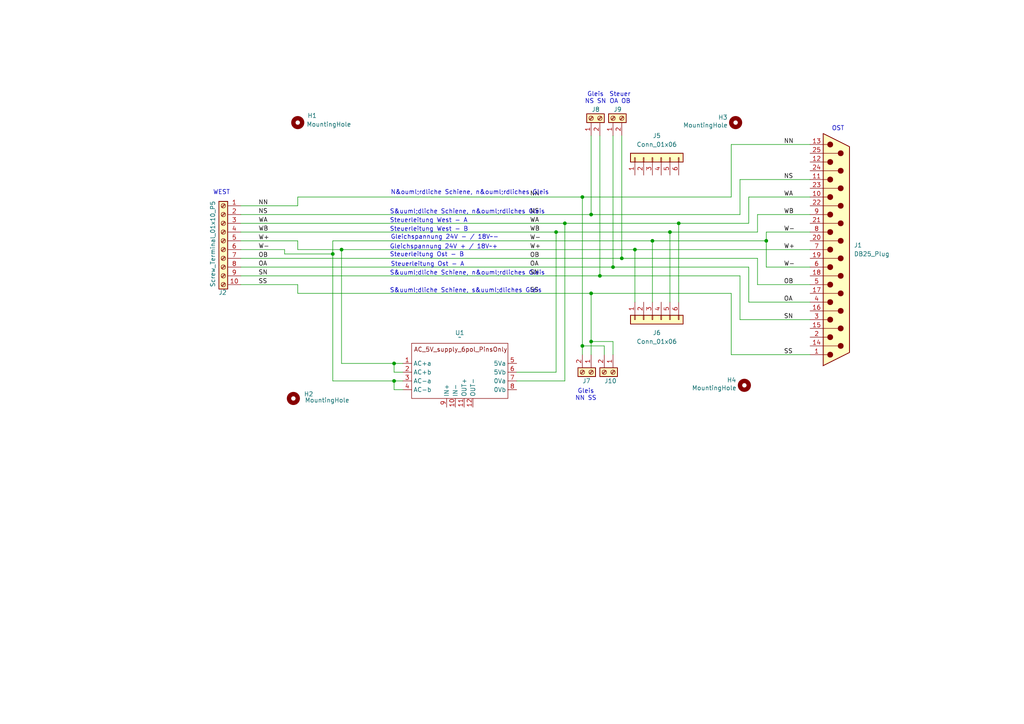
<source format=kicad_sch>
(kicad_sch (version 20231120) (generator "eeschema") (generator_version "8.0")
  (paper "A4")
  (title_block (date "2025-06-22"))
  (lib_symbols
    (symbol "Connector:DB25_Plug" (pin_names (offset 1.016) hide)
      (property "Reference" "J" (at 0 34.29 0))
      (property "Value" "DB25_Plug" (at 0 -34.925 0))
      (symbol "DB25_Plug_0_1"
        (circle (center -1.778 -30.48) (radius 0.762) (fill (type outline)))
        (circle (center -1.778 -25.4) (radius 0.762) (fill (type outline)))
        (circle (center -1.778 -20.32) (radius 0.762) (fill (type outline)))
        (circle (center -1.778 -15.24) (radius 0.762) (fill (type outline)))
        (circle (center -1.778 -10.16) (radius 0.762) (fill (type outline)))
        (circle (center -1.778 -5.08) (radius 0.762) (fill (type outline)))
        (circle (center -1.778 0) (radius 0.762) (fill (type outline)))
        (circle (center -1.778 5.08) (radius 0.762) (fill (type outline)))
        (circle (center -1.778 10.16) (radius 0.762) (fill (type outline)))
        (circle (center -1.778 15.24) (radius 0.762) (fill (type outline)))
        (circle (center -1.778 20.32) (radius 0.762) (fill (type outline)))
        (circle (center -1.778 25.4) (radius 0.762) (fill (type outline)))
        (circle (center -1.778 30.48) (radius 0.762) (fill (type outline)))
        (polyline (pts (xy -3.81 -30.48) (xy -2.54 -30.48)))
        (polyline (pts (xy -3.81 -27.94) (xy 0.508 -27.94)))
        (polyline (pts (xy -3.81 -25.4) (xy -2.54 -25.4)))
        (polyline (pts (xy -3.81 -22.86) (xy 0.508 -22.86)))
        (polyline (pts (xy -3.81 -20.32) (xy -2.54 -20.32)))
        (polyline (pts (xy -3.81 -17.78) (xy 0.508 -17.78)))
        (polyline (pts (xy -3.81 -15.24) (xy -2.54 -15.24)))
        (polyline (pts (xy -3.81 -12.7) (xy 0.508 -12.7)))
        (polyline (pts (xy -3.81 -10.16) (xy -2.54 -10.16)))
        (polyline (pts (xy -3.81 -7.62) (xy 0.508 -7.62)))
        (polyline (pts (xy -3.81 -5.08) (xy -2.54 -5.08)))
        (polyline (pts (xy -3.81 -2.54) (xy 0.508 -2.54)))
        (polyline (pts (xy -3.81 0) (xy -2.54 0)))
        (polyline (pts (xy -3.81 2.54) (xy 0.508 2.54)))
        (polyline (pts (xy -3.81 5.08) (xy -2.54 5.08)))
        (polyline (pts (xy -3.81 7.62) (xy 0.508 7.62)))
        (polyline (pts (xy -3.81 10.16) (xy -2.54 10.16)))
        (polyline (pts (xy -3.81 12.7) (xy 0.508 12.7)))
        (polyline (pts (xy -3.81 15.24) (xy -2.54 15.24)))
        (polyline (pts (xy -3.81 17.78) (xy 0.508 17.78)))
        (polyline (pts (xy -3.81 20.32) (xy -2.54 20.32)))
        (polyline (pts (xy -3.81 22.86) (xy 0.508 22.86)))
        (polyline (pts (xy -3.81 25.4) (xy -2.54 25.4)))
        (polyline (pts (xy -3.81 27.94) (xy 0.508 27.94)))
        (polyline (pts (xy -3.81 30.48) (xy -2.54 30.48)))
        (polyline (pts (xy -3.81 -33.655) (xy 3.81 -29.845) (xy 3.81 29.845) (xy -3.81 33.655) (xy -3.81 -33.655)) (stroke (width 0.254)) (fill (type background)))
        (circle (center 1.27 -27.94) (radius 0.762) (fill (type outline)))
        (circle (center 1.27 -22.86) (radius 0.762) (fill (type outline)))
        (circle (center 1.27 -17.78) (radius 0.762) (fill (type outline)))
        (circle (center 1.27 -12.7) (radius 0.762) (fill (type outline)))
        (circle (center 1.27 -7.62) (radius 0.762) (fill (type outline)))
        (circle (center 1.27 -2.54) (radius 0.762) (fill (type outline)))
        (circle (center 1.27 2.54) (radius 0.762) (fill (type outline)))
        (circle (center 1.27 7.62) (radius 0.762) (fill (type outline)))
        (circle (center 1.27 12.7) (radius 0.762) (fill (type outline)))
        (circle (center 1.27 17.78) (radius 0.762) (fill (type outline)))
        (circle (center 1.27 22.86) (radius 0.762) (fill (type outline)))
        (circle (center 1.27 27.94) (radius 0.762) (fill (type outline)))
      )
      (symbol "DB25_Plug_1_1"
        (pin passive line (at -7.62 -30.48 0) (length 3.81) (name "1") (number "1"))
        (pin passive line (at -7.62 15.24 0) (length 3.81) (name "10") (number "10"))
        (pin passive line (at -7.62 20.32 0) (length 3.81) (name "11") (number "11"))
        (pin passive line (at -7.62 25.4 0) (length 3.81) (name "12") (number "12"))
        (pin passive line (at -7.62 30.48 0) (length 3.81) (name "13") (number "13"))
        (pin passive line (at -7.62 -27.94 0) (length 3.81) (name "P14") (number "14"))
        (pin passive line (at -7.62 -22.86 0) (length 3.81) (name "P15") (number "15"))
        (pin passive line (at -7.62 -17.78 0) (length 3.81) (name "P16") (number "16"))
        (pin passive line (at -7.62 -12.7 0) (length 3.81) (name "P17") (number "17"))
        (pin passive line (at -7.62 -7.62 0) (length 3.81) (name "P18") (number "18"))
        (pin passive line (at -7.62 -2.54 0) (length 3.81) (name "P19") (number "19"))
        (pin passive line (at -7.62 -25.4 0) (length 3.81) (name "2") (number "2"))
        (pin passive line (at -7.62 2.54 0) (length 3.81) (name "P20") (number "20"))
        (pin passive line (at -7.62 7.62 0) (length 3.81) (name "P21") (number "21"))
        (pin passive line (at -7.62 12.7 0) (length 3.81) (name "P22") (number "22"))
        (pin passive line (at -7.62 17.78 0) (length 3.81) (name "P23") (number "23"))
        (pin passive line (at -7.62 22.86 0) (length 3.81) (name "P24") (number "24"))
        (pin passive line (at -7.62 27.94 0) (length 3.81) (name "P25") (number "25"))
        (pin passive line (at -7.62 -20.32 0) (length 3.81) (name "3") (number "3"))
        (pin passive line (at -7.62 -15.24 0) (length 3.81) (name "4") (number "4"))
        (pin passive line (at -7.62 -10.16 0) (length 3.81) (name "5") (number "5"))
        (pin passive line (at -7.62 -5.08 0) (length 3.81) (name "6") (number "6"))
        (pin passive line (at -7.62 0 0) (length 3.81) (name "7") (number "7"))
        (pin passive line (at -7.62 5.08 0) (length 3.81) (name "8") (number "8"))
        (pin passive line (at -7.62 10.16 0) (length 3.81) (name "9") (number "9"))
      )
    )
    (symbol "Connector_Generic:Conn_01x06" (pin_names (offset 1.016) hide)
      (property "Reference" "J" (at 0 7.62 0))
      (property "Value" "Conn_01x06" (at 0 -10.16 0))
      (symbol "Conn_01x06_1_1"
        (rectangle (start -1.27 -7.493) (end 0 -7.747) (stroke (width 0.1524)))
        (rectangle (start -1.27 -4.953) (end 0 -5.207) (stroke (width 0.1524)))
        (rectangle (start -1.27 -2.413) (end 0 -2.667) (stroke (width 0.1524)))
        (rectangle (start -1.27 0.127) (end 0 -0.127) (stroke (width 0.1524)))
        (rectangle (start -1.27 2.667) (end 0 2.413) (stroke (width 0.1524)))
        (rectangle (start -1.27 5.207) (end 0 4.953) (stroke (width 0.1524)))
        (rectangle (start -1.27 6.35) (end 1.27 -8.89) (stroke (width 0.254)) (fill (type background)))
        (pin passive line (at -5.08 5.08 0) (length 3.81) (name "Pin_1") (number "1"))
        (pin passive line (at -5.08 2.54 0) (length 3.81) (name "Pin_2") (number "2"))
        (pin passive line (at -5.08 0 0) (length 3.81) (name "Pin_3") (number "3"))
        (pin passive line (at -5.08 -2.54 0) (length 3.81) (name "Pin_4") (number "4"))
        (pin passive line (at -5.08 -5.08 0) (length 3.81) (name "Pin_5") (number "5"))
        (pin passive line (at -5.08 -7.62 0) (length 3.81) (name "Pin_6") (number "6"))
      )
    )
    (symbol "Mechanical:MountingHole" (pin_names (offset 1.016)) (exclude_from_sim yes) (in_bom no)
      (property "Reference" "H" (at 0 5.08 0))
      (property "Value" "MountingHole" (at 0 3.175 0))
      (symbol "MountingHole_0_1"
        (circle (center 0 0) (radius 1.27) (stroke (width 1.27)))
      )
    )
    (symbol "_kh_library:AC_5V_supply_6pol"
      (property "Reference" "U" (at 16.256 7.112 0))
      (symbol "AC_5V_supply_6pol_0_1"
        (rectangle (start 2.54 5.842) (end 30.48 -10.16))
      )
      (symbol "AC_5V_supply_6pol_1_1"
        (text "AC_5V_supply_6pol_PinsOnly" (at 16.764 4.064 0) (effects (font (size 1.27 1.27))))
        (pin passive line (at 0 0 0) (length 2.54) (name "AC+a") (number "1"))
        (pin passive line (at 15.24 -12.7 90) (length 2.54) (name "IN-") (number "10"))
        (pin passive line (at 17.78 -12.7 90) (length 2.54) (name "OUT+") (number "11"))
        (pin passive line (at 20.32 -12.7 90) (length 2.54) (name "OUT-") (number "12"))
        (pin passive line (at 0 -2.54 0) (length 2.54) (name "AC+b") (number "2"))
        (pin passive line (at 0 -5.08 0) (length 2.54) (name "AC-a") (number "3"))
        (pin passive line (at 0 -7.62 0) (length 2.54) (name "AC-b") (number "4"))
        (pin passive line (at 33.02 0 180) (length 2.54) (name "5Va") (number "5"))
        (pin passive line (at 33.02 -2.54 180) (length 2.54) (name "5Vb") (number "6"))
        (pin passive line (at 33.02 -5.08 180) (length 2.54) (name "0Va") (number "7"))
        (pin passive line (at 33.02 -7.62 180) (length 2.54) (name "0Vb") (number "8"))
        (pin passive line (at 12.7 -12.7 90) (length 2.54) (name "IN+") (number "9"))
      )
    )
    (symbol "_kh_library:Screw_Terminal_01x02_P5" (pin_names (offset 1.016) hide)
      (property "Reference" "J" (at 2.286 0 0))
      (property "Value" "Screw_Terminal_01x02_P5" (at 6.35 -1.016 90))
      (symbol "Screw_Terminal_01x02_P5_1_1"
        (rectangle (start -1.27 1.27) (end 1.27 -3.81) (stroke (width 0.254)) (fill (type background)))
        (circle (center 0 -2.54) (radius 0.635) (stroke (width 0.1524)))
        (polyline (pts (xy -0.5334 -2.2098) (xy 0.3302 -3.048)) (stroke (width 0.1524)))
        (polyline (pts (xy -0.5334 0.3302) (xy 0.3302 -0.508)) (stroke (width 0.1524)))
        (polyline (pts (xy -0.3556 -2.032) (xy 0.508 -2.8702)) (stroke (width 0.1524)))
        (polyline (pts (xy -0.3556 0.508) (xy 0.508 -0.3302)) (stroke (width 0.1524)))
        (circle (center 0 0) (radius 0.635) (stroke (width 0.1524)))
        (pin passive line (at -5.08 0 0) (length 3.81) (name "Pin_1") (number "1"))
        (pin passive line (at -5.08 -2.54 0) (length 3.81) (name "Pin_2") (number "2"))
      )
    )
    (symbol "_kh_library:Screw_Terminal_01x10_P5" (pin_names (offset 1.016) hide)
      (property "Reference" "J" (at 0 12.7 0))
      (property "Value" "Screw_Terminal_01x10_P5" (at 3.556 -1.016 90))
      (symbol "Screw_Terminal_01x10_P5_1_1"
        (rectangle (start -1.27 11.43) (end 1.27 -13.97) (stroke (width 0.254)) (fill (type background)))
        (circle (center 0 -12.7) (radius 0.635) (stroke (width 0.1524)))
        (circle (center 0 -10.16) (radius 0.635) (stroke (width 0.1524)))
        (circle (center 0 -7.62) (radius 0.635) (stroke (width 0.1524)))
        (circle (center 0 -5.08) (radius 0.635) (stroke (width 0.1524)))
        (circle (center 0 -2.54) (radius 0.635) (stroke (width 0.1524)))
        (polyline (pts (xy -0.5334 -12.3698) (xy 0.3302 -13.208)) (stroke (width 0.1524)))
        (polyline (pts (xy -0.5334 -9.8298) (xy 0.3302 -10.668)) (stroke (width 0.1524)))
        (polyline (pts (xy -0.5334 -7.2898) (xy 0.3302 -8.128)) (stroke (width 0.1524)))
        (polyline (pts (xy -0.5334 -4.7498) (xy 0.3302 -5.588)) (stroke (width 0.1524)))
        (polyline (pts (xy -0.5334 -2.2098) (xy 0.3302 -3.048)) (stroke (width 0.1524)))
        (polyline (pts (xy -0.5334 0.3302) (xy 0.3302 -0.508)) (stroke (width 0.1524)))
        (polyline (pts (xy -0.5334 2.8702) (xy 0.3302 2.032)) (stroke (width 0.1524)))
        (polyline (pts (xy -0.5334 5.4102) (xy 0.3302 4.572)) (stroke (width 0.1524)))
        (polyline (pts (xy -0.5334 7.9502) (xy 0.3302 7.112)) (stroke (width 0.1524)))
        (polyline (pts (xy -0.5334 10.4902) (xy 0.3302 9.652)) (stroke (width 0.1524)))
        (polyline (pts (xy -0.3556 -12.192) (xy 0.508 -13.0302)) (stroke (width 0.1524)))
        (polyline (pts (xy -0.3556 -9.652) (xy 0.508 -10.4902)) (stroke (width 0.1524)))
        (polyline (pts (xy -0.3556 -7.112) (xy 0.508 -7.9502)) (stroke (width 0.1524)))
        (polyline (pts (xy -0.3556 -4.572) (xy 0.508 -5.4102)) (stroke (width 0.1524)))
        (polyline (pts (xy -0.3556 -2.032) (xy 0.508 -2.8702)) (stroke (width 0.1524)))
        (polyline (pts (xy -0.3556 0.508) (xy 0.508 -0.3302)) (stroke (width 0.1524)))
        (polyline (pts (xy -0.3556 3.048) (xy 0.508 2.2098)) (stroke (width 0.1524)))
        (polyline (pts (xy -0.3556 5.588) (xy 0.508 4.7498)) (stroke (width 0.1524)))
        (polyline (pts (xy -0.3556 8.128) (xy 0.508 7.2898)) (stroke (width 0.1524)))
        (polyline (pts (xy -0.3556 10.668) (xy 0.508 9.8298)) (stroke (width 0.1524)))
        (circle (center 0 0) (radius 0.635) (stroke (width 0.1524)))
        (circle (center 0 2.54) (radius 0.635) (stroke (width 0.1524)))
        (circle (center 0 5.08) (radius 0.635) (stroke (width 0.1524)))
        (circle (center 0 7.62) (radius 0.635) (stroke (width 0.1524)))
        (circle (center 0 10.16) (radius 0.635) (stroke (width 0.1524)))
        (pin passive line (at -5.08 10.16 0) (length 3.81) (name "Pin_1") (number "1"))
        (pin passive line (at -5.08 -12.7 0) (length 3.81) (name "Pin_10") (number "10"))
        (pin passive line (at -5.08 7.62 0) (length 3.81) (name "Pin_2") (number "2"))
        (pin passive line (at -5.08 5.08 0) (length 3.81) (name "Pin_3") (number "3"))
        (pin passive line (at -5.08 2.54 0) (length 3.81) (name "Pin_4") (number "4"))
        (pin passive line (at -5.08 0 0) (length 3.81) (name "Pin_5") (number "5"))
        (pin passive line (at -5.08 -2.54 0) (length 3.81) (name "Pin_6") (number "6"))
        (pin passive line (at -5.08 -5.08 0) (length 3.81) (name "Pin_7") (number "7"))
        (pin passive line (at -5.08 -7.62 0) (length 3.81) (name "Pin_8") (number "8"))
        (pin passive line (at -5.08 -10.16 0) (length 3.81) (name "Pin_9") (number "9"))
      )
    )
  )
  (junction (at 177.8 77.47))
  (junction (at 189.23 69.85))
  (junction (at 194.31 67.31))
  (junction (at 163.83 64.77))
  (junction (at 222.25 69.85))
  (junction (at 168.91 100.33))
  (junction (at 161.29 67.31))
  (junction (at 168.91 57.15))
  (junction (at 173.99 80.01))
  (junction (at 171.45 99.06))
  (junction (at 184.15 72.39))
  (junction (at 171.45 85.09))
  (junction (at 171.45 62.23))
  (junction (at 114.3 110.49))
  (junction (at 180.34 74.93))
  (junction (at 114.3 105.41))
  (junction (at 96.52 73.66))
  (junction (at 99.06 72.39))
  (junction (at 196.85 64.77))
  (wire (pts (xy 171.45 85.09) (xy 171.45 99.06)))
  (wire (pts (xy 212.09 57.15) (xy 212.09 41.91)))
  (wire (pts (xy 82.55 73.66) (xy 96.52 73.66)))
  (wire (pts (xy 212.09 102.87) (xy 234.95 102.87)))
  (wire (pts (xy 217.17 87.63) (xy 234.95 87.63)))
  (wire (pts (xy 194.31 67.31) (xy 194.31 87.63)))
  (wire (pts (xy 69.85 77.47) (xy 177.8 77.47)))
  (wire (pts (xy 184.15 72.39) (xy 184.15 87.63)))
  (wire (pts (xy 189.23 69.85) (xy 189.23 87.63)))
  (wire (pts (xy 99.06 72.39) (xy 99.06 105.41)))
  (wire (pts (xy 116.84 110.49) (xy 114.3 110.49)))
  (wire (pts (xy 69.85 59.69) (xy 86.36 59.69)))
  (wire (pts (xy 219.71 74.93) (xy 219.71 82.55)))
  (wire (pts (xy 168.91 57.15) (xy 212.09 57.15)))
  (wire (pts (xy 234.95 77.47) (xy 222.25 77.47)))
  (wire (pts (xy 99.06 72.39) (xy 86.36 72.39)))
  (wire (pts (xy 184.15 72.39) (xy 234.95 72.39)))
  (wire (pts (xy 69.85 74.93) (xy 180.34 74.93)))
  (wire (pts (xy 86.36 72.39) (xy 86.36 69.85)))
  (wire (pts (xy 161.29 107.95) (xy 161.29 67.31)))
  (wire (pts (xy 219.71 67.31) (xy 219.71 62.23)))
  (wire (pts (xy 149.86 110.49) (xy 163.83 110.49)))
  (wire (pts (xy 161.29 67.31) (xy 194.31 67.31)))
  (wire (pts (xy 69.85 80.01) (xy 173.99 80.01)))
  (wire (pts (xy 196.85 64.77) (xy 196.85 87.63)))
  (wire (pts (xy 163.83 110.49) (xy 163.83 64.77)))
  (wire (pts (xy 212.09 85.09) (xy 212.09 102.87)))
  (wire (pts (xy 222.25 67.31) (xy 234.95 67.31)))
  (wire (pts (xy 114.3 107.95) (xy 116.84 107.95)))
  (wire (pts (xy 114.3 105.41) (xy 114.3 107.95)))
  (wire (pts (xy 173.99 39.37) (xy 173.99 80.01)))
  (wire (pts (xy 99.06 72.39) (xy 184.15 72.39)))
  (wire (pts (xy 214.63 52.07) (xy 234.95 52.07)))
  (wire (pts (xy 69.85 62.23) (xy 171.45 62.23)))
  (wire (pts (xy 69.85 67.31) (xy 161.29 67.31)))
  (wire (pts (xy 219.71 62.23) (xy 234.95 62.23)))
  (wire (pts (xy 82.55 72.39) (xy 82.55 73.66)))
  (wire (pts (xy 114.3 110.49) (xy 114.3 113.03)))
  (wire (pts (xy 212.09 41.91) (xy 234.95 41.91)))
  (wire (pts (xy 69.85 72.39) (xy 82.55 72.39)))
  (wire (pts (xy 177.8 77.47) (xy 217.17 77.47)))
  (wire (pts (xy 214.63 62.23) (xy 214.63 52.07)))
  (wire (pts (xy 86.36 59.69) (xy 86.36 57.15)))
  (wire (pts (xy 175.26 102.87) (xy 175.26 100.33)))
  (wire (pts (xy 86.36 85.09) (xy 86.36 82.55)))
  (wire (pts (xy 86.36 85.09) (xy 171.45 85.09)))
  (wire (pts (xy 86.36 57.15) (xy 168.91 57.15)))
  (wire (pts (xy 171.45 62.23) (xy 214.63 62.23)))
  (wire (pts (xy 217.17 64.77) (xy 217.17 57.15)))
  (wire (pts (xy 196.85 64.77) (xy 217.17 64.77)))
  (wire (pts (xy 96.52 110.49) (xy 96.52 73.66)))
  (wire (pts (xy 214.63 80.01) (xy 214.63 92.71)))
  (wire (pts (xy 177.8 99.06) (xy 171.45 99.06)))
  (wire (pts (xy 222.25 69.85) (xy 222.25 67.31)))
  (wire (pts (xy 96.52 110.49) (xy 114.3 110.49)))
  (wire (pts (xy 177.8 39.37) (xy 177.8 77.47)))
  (wire (pts (xy 217.17 57.15) (xy 234.95 57.15)))
  (wire (pts (xy 219.71 82.55) (xy 234.95 82.55)))
  (wire (pts (xy 99.06 105.41) (xy 114.3 105.41)))
  (wire (pts (xy 171.45 99.06) (xy 171.45 102.87)))
  (wire (pts (xy 116.84 105.41) (xy 114.3 105.41)))
  (wire (pts (xy 222.25 77.47) (xy 222.25 69.85)))
  (wire (pts (xy 114.3 113.03) (xy 116.84 113.03)))
  (wire (pts (xy 180.34 39.37) (xy 180.34 74.93)))
  (wire (pts (xy 149.86 107.95) (xy 161.29 107.95)))
  (wire (pts (xy 86.36 82.55) (xy 69.85 82.55)))
  (wire (pts (xy 180.34 74.93) (xy 219.71 74.93)))
  (wire (pts (xy 163.83 64.77) (xy 196.85 64.77)))
  (wire (pts (xy 171.45 85.09) (xy 212.09 85.09)))
  (wire (pts (xy 154.94 -12.7) (xy 148.59 -12.7)))
  (wire (pts (xy 173.99 80.01) (xy 214.63 80.01)))
  (wire (pts (xy 69.85 64.77) (xy 163.83 64.77)))
  (wire (pts (xy 96.52 73.66) (xy 96.52 69.85)))
  (wire (pts (xy 171.45 39.37) (xy 171.45 62.23)))
  (wire (pts (xy 217.17 77.47) (xy 217.17 87.63)))
  (wire (pts (xy 168.91 57.15) (xy 168.91 100.33)))
  (wire (pts (xy 177.8 102.87) (xy 177.8 99.06)))
  (wire (pts (xy 194.31 67.31) (xy 219.71 67.31)))
  (wire (pts (xy 96.52 69.85) (xy 189.23 69.85)))
  (wire (pts (xy 168.91 100.33) (xy 168.91 102.87)))
  (wire (pts (xy 214.63 92.71) (xy 234.95 92.71)))
  (wire (pts (xy 69.85 69.85) (xy 86.36 69.85)))
  (wire (pts (xy 189.23 69.85) (xy 222.25 69.85)))
  (wire (pts (xy 168.91 100.33) (xy 175.26 100.33)))
  (text "Gleis\nNS SN" (at 172.72 28.448 0) (effects (font (size 1.27 1.27))))
  (text "S&uuml;dliche Schiene, s&uuml;dliches Gleis" (at 113.03 84.328 0) (effects (font (size 1.27 1.27)) (justify left)))
  (text "S&uuml;dliche Schiene, n&ouml;rdliches Gleis" (at 113.03 61.468 0) (effects (font (size 1.27 1.27)) (justify left)))
  (text "Steuer\nOA OB" (at 179.832 28.448 0) (effects (font (size 1.27 1.27))))
  (text "Gleichspannung 24V - / 18V~-" (at 113.284 68.834 0) (effects (font (size 1.27 1.27)) (justify left)))
  (text "N&ouml;rdliche Schiene, n&ouml;rdliches Gleis" (at 113.284 55.88 0) (effects (font (size 1.27 1.27)) (justify left)))
  (text "Steuerleitung West - A" (at 113.03 64.008 0) (effects (font (size 1.27 1.27)) (justify left)))
  (text "Steuerleitung Ost - B" (at 113.03 73.914 0) (effects (font (size 1.27 1.27)) (justify left)))
  (text "Steuerleitung West - B" (at 113.03 66.548 0) (effects (font (size 1.27 1.27)) (justify left)))
  (text "OST" (at 243.078 37.338 0) (effects (font (size 1.27 1.27))))
  (text "Gleichspannung 24V + / 18V~+" (at 113.03 71.628 0) (effects (font (size 1.27 1.27)) (justify left)))
  (text "WEST" (at 64.262 55.88 0) (effects (font (size 1.27 1.27))))
  (text "Gleis\nNN SS" (at 169.926 114.554 0) (effects (font (size 1.27 1.27))))
  (text "S&uuml;dliche Schiene, n&ouml;rdliches Gleis" (at 113.03 79.248 0) (effects (font (size 1.27 1.27)) (justify left)))
  (text "Steuerleitung Ost - A" (at 113.284 76.708 0) (effects (font (size 1.27 1.27)) (justify left)))
  (label "OA" (at 74.93 77.47 0))
  (label "NS" (at 153.67 62.23 0))
  (label "SN" (at 227.33 92.71 0))
  (label "WB" (at 153.67 67.31 0))
  (label "WB" (at 227.33 62.23 0))
  (label "WA" (at 227.33 57.15 0))
  (label "W-" (at 227.33 77.47 0))
  (label "NN" (at 74.93 59.69 0))
  (label "WB" (at 74.93 67.31 0))
  (label "SS" (at 74.93 82.55 0))
  (label "OB" (at 74.93 74.93 0))
  (label "WA" (at 153.67 64.77 0))
  (label "NS" (at 227.33 52.07 0))
  (label "OB" (at 227.33 82.55 0))
  (label "NN" (at 227.33 41.91 0))
  (label "SS" (at 153.67 85.09 0))
  (label "W-" (at 74.93 72.39 0))
  (label "SS" (at 227.33 102.87 0))
  (label "OA" (at 153.67 77.47 0))
  (label "WA" (at 74.93 64.77 0))
  (label "SN" (at 74.93 80.01 0))
  (label "OA" (at 227.33 87.63 0))
  (label "W+" (at 153.67 72.39 0))
  (label "W-" (at 227.33 67.31 0))
  (label "W+" (at 74.93 69.85 0))
  (label "NS" (at 74.93 62.23 0))
  (label "NN" (at 153.67 57.15 0))
  (label "W-" (at 153.67 69.85 0))
  (label "W+" (at 227.33 72.39 0))
  (label "SN" (at 153.67 80.01 0))
  (label "OB" (at 153.67 74.93 0))
  (symbol (lib_id "Connector:DB25_Plug") (at 242.57 72.39 0) (unit 1)
    (property "Reference" "J1" (at 247.65 71.1199 0) (effects (justify left)))
    (property "Value" "DB25_Plug" (at 247.65 73.6599 0) (effects (justify left)))
    (property "Footprint" "_kh_library:DSUB-25_Male_Horizontal_P2.77x2.84mm_EdgePinOffset7.70mm_Housed_MountingHolesOffset9.12mm" (effects (hide yes)))
    (property "Description" "25-pin male plug pin D-SUB connector" (effects (hide yes)))
  )
  (symbol (lib_id "Mechanical:MountingHole") (at 215.9 111.76 180) (unit 1) (exclude_from_sim yes) (in_bom no)
    (property "Reference" "H4" (at 210.82 110.236 0) (effects (justify right)))
    (property "Value" "MountingHole" (at 200.66 112.522 0) (effects (justify right)))
    (property "Footprint" "MountingHole:MountingHole_2.7mm_M2.5_DIN965_Pad_TopBottom" (effects (hide yes)))
    (property "Description" "Mounting Hole without connection" (effects (hide yes)))
  )
  (symbol (lib_id "_kh_library:Screw_Terminal_01x02_P5") (at 171.45 34.29 90) (unit 1)
    (property "Reference" "J8" (at 173.99 31.75 90) (effects (justify left)))
    (property "Value" "Screw_Terminal_01x02_P5" (effects (hide yes)))
    (property "Footprint" "_kh_library:Screw_Terminal_01x02_P5" (effects (hide yes)))
    (property "Description" "Generic screw terminal, single row, 01x02, script generated (kicad-library-utils/schlib/autogen/connector/)" (effects (hide yes)))
  )
  (symbol (lib_id "_kh_library:Screw_Terminal_01x02_P5") (at 171.45 107.95 270) (unit 1)
    (property "Reference" "J7" (at 168.91 110.49 90) (effects (justify left)))
    (property "Value" "Screw_Terminal_01x02_P5" (effects (hide yes)))
    (property "Footprint" "_kh_library:Screw_Terminal_01x02_P5" (effects (hide yes)))
    (property "Description" "Generic screw terminal, single row, 01x02, script generated (kicad-library-utils/schlib/autogen/connector/)" (effects (hide yes)))
  )
  (symbol (lib_id "_kh_library:AC_5V_supply_6pol") (at 116.84 105.41 0) (unit 1)
    (property "Reference" "U1" (at 133.35 96.52 0))
    (property "Value" "~" (at 133.35 97.79 0))
    (property "Footprint" "_kh_library:AC_5V_supply_6pol_PinsOnly" (effects (hide yes)))
  )
  (symbol (lib_id "Connector_Generic:Conn_01x06") (at 189.23 92.71 90) (mirror x) (unit 1)
    (property "Reference" "J6" (at 190.5 96.52 90))
    (property "Value" "Conn_01x06" (at 190.5 99.06 90))
    (property "Footprint" "_kh_library:PinSocket_1x06_P2.54mm_Vertical_1.1_kh" (effects (hide yes)))
    (property "Description" "Generic connector, single row, 01x06, script generated (kicad-library-utils/schlib/autogen/connector/)" (effects (hide yes)))
  )
  (symbol (lib_id "Connector_Generic:Conn_01x06") (at 189.23 45.72 90) (unit 1)
    (property "Reference" "J5" (at 190.5 39.37 90))
    (property "Value" "Conn_01x06" (at 190.5 41.91 90))
    (property "Footprint" "_kh_library:PinSocket_1x06_P2.54mm_Vertical_1.1_kh" (effects (hide yes)))
    (property "Description" "Generic connector, single row, 01x06, script generated (kicad-library-utils/schlib/autogen/connector/)" (effects (hide yes)))
  )
  (symbol (lib_id "Mechanical:MountingHole") (at 86.36 35.56 180) (unit 1) (exclude_from_sim yes) (in_bom no)
    (property "Reference" "H1" (at 89.154 33.528 0) (effects (justify right)))
    (property "Value" "MountingHole" (at 88.9 36.068 0) (effects (justify right)))
    (property "Footprint" "MountingHole:MountingHole_2.7mm_M2.5_DIN965_Pad_TopBottom" (effects (hide yes)))
    (property "Description" "Mounting Hole without connection" (effects (hide yes)))
  )
  (symbol (lib_id "Mechanical:MountingHole") (at 85.09 115.57 180) (unit 1) (exclude_from_sim yes) (in_bom no)
    (property "Reference" "H2" (at 88.138 114.3 0) (effects (justify right)))
    (property "Value" "MountingHole" (at 88.392 116.078 0) (effects (justify right)))
    (property "Footprint" "MountingHole:MountingHole_2.7mm_M2.5_DIN965_Pad_TopBottom" (effects (hide yes)))
    (property "Description" "Mounting Hole without connection" (effects (hide yes)))
  )
  (symbol (lib_id "Mechanical:MountingHole") (at 213.36 35.56 180) (unit 1) (exclude_from_sim yes) (in_bom no)
    (property "Reference" "H3" (at 208.28 34.036 0) (effects (justify right)))
    (property "Value" "MountingHole" (at 198.12 36.322 0) (effects (justify right)))
    (property "Footprint" "MountingHole:MountingHole_2.7mm_M2.5_DIN965_Pad_TopBottom" (effects (hide yes)))
    (property "Description" "Mounting Hole without connection" (effects (hide yes)))
  )
  (symbol (lib_id "_kh_library:Screw_Terminal_01x10_P5") (at 64.77 69.85 0) (mirror y) (unit 1)
    (property "Reference" "J2" (at 65.786 84.836 0) (effects (justify left)))
    (property "Value" "Screw_Terminal_01x10_P5" (at 61.722 83.312 90) (effects (justify left)))
    (property "Footprint" "_kh_library:Screw_Terminal_01x10_P5" (effects (hide yes)))
    (property "Description" "Generic screw terminal, single row, 01x10, script generated (kicad-library-utils/schlib/autogen/connector/)" (effects (hide yes)))
  )
  (symbol (lib_id "_kh_library:Screw_Terminal_01x02_P5") (at 177.8 34.29 90) (unit 1)
    (property "Reference" "J9" (at 180.34 31.75 90) (effects (justify left)))
    (property "Value" "Screw_Terminal_01x02_P5" (effects (hide yes)))
    (property "Footprint" "_kh_library:Screw_Terminal_01x02_P5" (effects (hide yes)))
    (property "Description" "Generic screw terminal, single row, 01x02, script generated (kicad-library-utils/schlib/autogen/connector/)" (effects (hide yes)))
  )
  (symbol (lib_id "_kh_library:Screw_Terminal_01x02_P5") (at 177.8 107.95 270) (unit 1)
    (property "Reference" "J10" (at 175.26 110.49 90) (effects (justify left)))
    (property "Value" "Screw_Terminal_01x02_P5" (effects (hide yes)))
    (property "Footprint" "_kh_library:Screw_Terminal_01x02_P5" (effects (hide yes)))
    (property "Description" "Generic screw terminal, single row, 01x02, script generated (kicad-library-utils/schlib/autogen/connector/)" (effects (hide yes)))
  )
)
</source>
